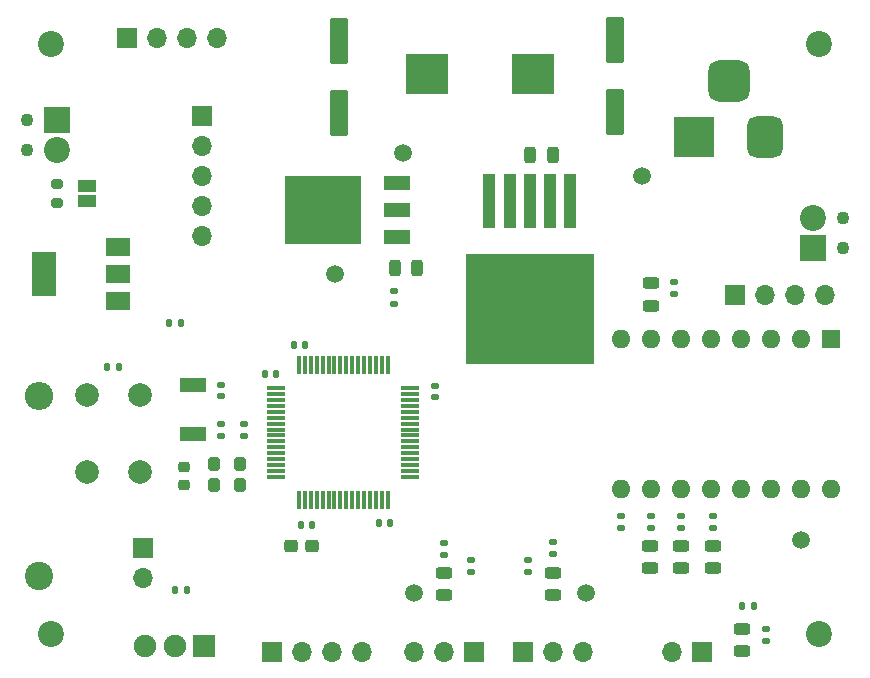
<source format=gbr>
%TF.GenerationSoftware,KiCad,Pcbnew,6.0.10-86aedd382b~118~ubuntu22.10.1*%
%TF.CreationDate,2023-02-12T19:14:21-05:00*%
%TF.ProjectId,WerfenMc,57657266-656e-44d6-932e-6b696361645f,rev?*%
%TF.SameCoordinates,Original*%
%TF.FileFunction,Soldermask,Top*%
%TF.FilePolarity,Negative*%
%FSLAX46Y46*%
G04 Gerber Fmt 4.6, Leading zero omitted, Abs format (unit mm)*
G04 Created by KiCad (PCBNEW 6.0.10-86aedd382b~118~ubuntu22.10.1) date 2023-02-12 19:14:21*
%MOMM*%
%LPD*%
G01*
G04 APERTURE LIST*
G04 Aperture macros list*
%AMRoundRect*
0 Rectangle with rounded corners*
0 $1 Rounding radius*
0 $2 $3 $4 $5 $6 $7 $8 $9 X,Y pos of 4 corners*
0 Add a 4 corners polygon primitive as box body*
4,1,4,$2,$3,$4,$5,$6,$7,$8,$9,$2,$3,0*
0 Add four circle primitives for the rounded corners*
1,1,$1+$1,$2,$3*
1,1,$1+$1,$4,$5*
1,1,$1+$1,$6,$7*
1,1,$1+$1,$8,$9*
0 Add four rect primitives between the rounded corners*
20,1,$1+$1,$2,$3,$4,$5,0*
20,1,$1+$1,$4,$5,$6,$7,0*
20,1,$1+$1,$6,$7,$8,$9,0*
20,1,$1+$1,$8,$9,$2,$3,0*%
G04 Aperture macros list end*
%ADD10RoundRect,0.135000X-0.185000X0.135000X-0.185000X-0.135000X0.185000X-0.135000X0.185000X0.135000X0*%
%ADD11RoundRect,0.250000X0.275000X-0.312500X0.275000X0.312500X-0.275000X0.312500X-0.275000X-0.312500X0*%
%ADD12C,1.500000*%
%ADD13RoundRect,0.135000X0.185000X-0.135000X0.185000X0.135000X-0.185000X0.135000X-0.185000X-0.135000X0*%
%ADD14R,1.700000X1.700000*%
%ADD15O,1.700000X1.700000*%
%ADD16RoundRect,0.243750X0.456250X-0.243750X0.456250X0.243750X-0.456250X0.243750X-0.456250X-0.243750X0*%
%ADD17C,1.100000*%
%ADD18R,2.200000X2.200000*%
%ADD19C,2.200000*%
%ADD20RoundRect,0.243750X-0.456250X0.243750X-0.456250X-0.243750X0.456250X-0.243750X0.456250X0.243750X0*%
%ADD21RoundRect,0.140000X0.140000X0.170000X-0.140000X0.170000X-0.140000X-0.170000X0.140000X-0.170000X0*%
%ADD22R,2.000000X1.500000*%
%ADD23R,2.000000X3.800000*%
%ADD24RoundRect,0.075000X-0.700000X-0.075000X0.700000X-0.075000X0.700000X0.075000X-0.700000X0.075000X0*%
%ADD25RoundRect,0.075000X-0.075000X-0.700000X0.075000X-0.700000X0.075000X0.700000X-0.075000X0.700000X0*%
%ADD26RoundRect,0.243750X0.243750X0.456250X-0.243750X0.456250X-0.243750X-0.456250X0.243750X-0.456250X0*%
%ADD27RoundRect,0.140000X-0.170000X0.140000X-0.170000X-0.140000X0.170000X-0.140000X0.170000X0.140000X0*%
%ADD28RoundRect,0.250000X0.312500X0.275000X-0.312500X0.275000X-0.312500X-0.275000X0.312500X-0.275000X0*%
%ADD29RoundRect,0.135000X-0.135000X-0.185000X0.135000X-0.185000X0.135000X0.185000X-0.135000X0.185000X0*%
%ADD30C,2.400000*%
%ADD31O,2.400000X2.400000*%
%ADD32R,3.556000X3.505200*%
%ADD33RoundRect,0.218750X-0.256250X0.218750X-0.256250X-0.218750X0.256250X-0.218750X0.256250X0.218750X0*%
%ADD34RoundRect,0.135000X0.135000X0.185000X-0.135000X0.185000X-0.135000X-0.185000X0.135000X-0.185000X0*%
%ADD35R,1.100000X4.600000*%
%ADD36R,10.800000X9.400000*%
%ADD37R,2.200000X1.200000*%
%ADD38R,6.400000X5.800000*%
%ADD39RoundRect,0.250000X0.550000X-1.712500X0.550000X1.712500X-0.550000X1.712500X-0.550000X-1.712500X0*%
%ADD40R,1.600000X1.600000*%
%ADD41O,1.600000X1.600000*%
%ADD42RoundRect,0.250000X-0.550000X1.712500X-0.550000X-1.712500X0.550000X-1.712500X0.550000X1.712500X0*%
%ADD43RoundRect,0.140000X0.170000X-0.140000X0.170000X0.140000X-0.170000X0.140000X-0.170000X-0.140000X0*%
%ADD44R,3.500000X3.500000*%
%ADD45RoundRect,0.750000X0.750000X1.000000X-0.750000X1.000000X-0.750000X-1.000000X0.750000X-1.000000X0*%
%ADD46RoundRect,0.875000X0.875000X0.875000X-0.875000X0.875000X-0.875000X-0.875000X0.875000X-0.875000X0*%
%ADD47R,2.200000X1.300000*%
%ADD48R,1.900000X1.900000*%
%ADD49C,1.900000*%
%ADD50RoundRect,0.200000X-0.275000X0.200000X-0.275000X-0.200000X0.275000X-0.200000X0.275000X0.200000X0*%
%ADD51C,2.000000*%
%ADD52RoundRect,0.140000X-0.140000X-0.170000X0.140000X-0.170000X0.140000X0.170000X-0.140000X0.170000X0*%
%ADD53R,1.500000X1.000000*%
G04 APERTURE END LIST*
D10*
%TO.C,R5*%
X92000000Y-69490000D03*
X92000000Y-70510000D03*
%TD*%
D11*
%TO.C,C2*%
X49750000Y-66887500D03*
X49750000Y-65112500D03*
%TD*%
D12*
%TO.C,TP8*%
X65750000Y-38750000D03*
%TD*%
D13*
%TO.C,R8*%
X84250000Y-70510000D03*
X84250000Y-69490000D03*
%TD*%
%TO.C,R10*%
X96500000Y-80113641D03*
X96500000Y-79093641D03*
%TD*%
D14*
%TO.C,S2*%
X75975000Y-81000000D03*
D15*
X78515000Y-81000000D03*
X81055000Y-81000000D03*
%TD*%
D14*
%TO.C,J1*%
X93900000Y-50800000D03*
D15*
X96440000Y-50800000D03*
X98980000Y-50800000D03*
X101520000Y-50800000D03*
%TD*%
D16*
%TO.C,D2*%
X89300000Y-73937500D03*
X89300000Y-72062500D03*
%TD*%
D17*
%TO.C,D9*%
X33960000Y-36000000D03*
X33960000Y-38540000D03*
D18*
X36500000Y-36000000D03*
D19*
X36500000Y-38540000D03*
%TD*%
D14*
%TO.C,Q1*%
X43776453Y-72206402D03*
D15*
X43776453Y-74746402D03*
%TD*%
D12*
%TO.C,TP1*%
X99500000Y-71500000D03*
%TD*%
D20*
%TO.C,D5*%
X94500000Y-79062500D03*
X94500000Y-80937500D03*
%TD*%
D21*
%TO.C,C16*%
X55030000Y-57450000D03*
X54070000Y-57450000D03*
%TD*%
D19*
%TO.C,H2*%
X101000000Y-79500000D03*
%TD*%
D22*
%TO.C,Q2*%
X41650000Y-51300000D03*
X41650000Y-49000000D03*
X41650000Y-46700000D03*
D23*
X35350000Y-49000000D03*
%TD*%
D24*
%TO.C,U1*%
X55045200Y-58683200D03*
X55045200Y-59183200D03*
X55045200Y-59683200D03*
X55045200Y-60183200D03*
X55045200Y-60683200D03*
X55045200Y-61183200D03*
X55045200Y-61683200D03*
X55045200Y-62183200D03*
X55045200Y-62683200D03*
X55045200Y-63183200D03*
X55045200Y-63683200D03*
X55045200Y-64183200D03*
X55045200Y-64683200D03*
X55045200Y-65183200D03*
X55045200Y-65683200D03*
X55045200Y-66183200D03*
D25*
X56970200Y-68108200D03*
X57470200Y-68108200D03*
X57970200Y-68108200D03*
X58470200Y-68108200D03*
X58970200Y-68108200D03*
X59470200Y-68108200D03*
X59970200Y-68108200D03*
X60470200Y-68108200D03*
X60970200Y-68108200D03*
X61470200Y-68108200D03*
X61970200Y-68108200D03*
X62470200Y-68108200D03*
X62970200Y-68108200D03*
X63470200Y-68108200D03*
X63970200Y-68108200D03*
X64470200Y-68108200D03*
D24*
X66395200Y-66183200D03*
X66395200Y-65683200D03*
X66395200Y-65183200D03*
X66395200Y-64683200D03*
X66395200Y-64183200D03*
X66395200Y-63683200D03*
X66395200Y-63183200D03*
X66395200Y-62683200D03*
X66395200Y-62183200D03*
X66395200Y-61683200D03*
X66395200Y-61183200D03*
X66395200Y-60683200D03*
X66395200Y-60183200D03*
X66395200Y-59683200D03*
X66395200Y-59183200D03*
X66395200Y-58683200D03*
D25*
X64470200Y-56758200D03*
X63970200Y-56758200D03*
X63470200Y-56758200D03*
X62970200Y-56758200D03*
X62470200Y-56758200D03*
X61970200Y-56758200D03*
X61470200Y-56758200D03*
X60970200Y-56758200D03*
X60470200Y-56758200D03*
X59970200Y-56758200D03*
X59470200Y-56758200D03*
X58970200Y-56758200D03*
X58470200Y-56758200D03*
X57970200Y-56758200D03*
X57470200Y-56758200D03*
X56970200Y-56758200D03*
%TD*%
D26*
%TO.C,D8*%
X78437500Y-38900000D03*
X76562500Y-38900000D03*
%TD*%
D27*
%TO.C,C10*%
X50350000Y-61750000D03*
X50350000Y-62710000D03*
%TD*%
D13*
%TO.C,R17*%
X88750000Y-50702718D03*
X88750000Y-49682718D03*
%TD*%
D11*
%TO.C,C1*%
X52000000Y-66887500D03*
X52000000Y-65112500D03*
%TD*%
D10*
%TO.C,R3*%
X86750000Y-69490000D03*
X86750000Y-70510000D03*
%TD*%
D17*
%TO.C,J6*%
X103000000Y-44230000D03*
X103000000Y-46770000D03*
D18*
X100460000Y-46770000D03*
D19*
X100460000Y-44230000D03*
%TD*%
D16*
%TO.C,D1*%
X86700000Y-73937500D03*
X86700000Y-72062500D03*
%TD*%
D28*
%TO.C,C3*%
X58087500Y-72050000D03*
X56312500Y-72050000D03*
%TD*%
D29*
%TO.C,R2*%
X46490000Y-75750000D03*
X47510000Y-75750000D03*
%TD*%
D30*
%TO.C,R1*%
X35000000Y-74620000D03*
D31*
X35000000Y-59380000D03*
%TD*%
D14*
%TO.C,J5*%
X42400000Y-29000000D03*
D15*
X44940000Y-29000000D03*
X47480000Y-29000000D03*
X50020000Y-29000000D03*
%TD*%
D32*
%TO.C,L1*%
X76775000Y-32100000D03*
X67825000Y-32100000D03*
%TD*%
D19*
%TO.C,H4*%
X36000000Y-79500000D03*
%TD*%
D33*
%TO.C,FB1*%
X47250000Y-65325000D03*
X47250000Y-66900000D03*
%TD*%
D14*
%TO.C,J4*%
X54650000Y-81000000D03*
D15*
X57190000Y-81000000D03*
X59730000Y-81000000D03*
X62270000Y-81000000D03*
%TD*%
D12*
%TO.C,TP5*%
X81250000Y-76000000D03*
%TD*%
D26*
%TO.C,D4*%
X66937500Y-48500000D03*
X65062500Y-48500000D03*
%TD*%
D20*
%TO.C,D7*%
X69250000Y-74312500D03*
X69250000Y-76187500D03*
%TD*%
D34*
%TO.C,R15*%
X47010000Y-53120000D03*
X45990000Y-53120000D03*
%TD*%
D19*
%TO.C,H3*%
X36000000Y-29500000D03*
%TD*%
D12*
%TO.C,TP3*%
X86000000Y-40750000D03*
%TD*%
D35*
%TO.C,U2*%
X79900000Y-42825000D03*
X78200000Y-42825000D03*
X76500000Y-42825000D03*
D36*
X76500000Y-51975000D03*
D35*
X74800000Y-42825000D03*
X73100000Y-42825000D03*
%TD*%
D12*
%TO.C,TP6*%
X66750000Y-76000000D03*
%TD*%
%TO.C,TP2*%
X60000000Y-49000000D03*
%TD*%
D37*
%TO.C,U3*%
X65300000Y-45880000D03*
D38*
X59000000Y-43600000D03*
D37*
X65300000Y-43600000D03*
X65300000Y-41320000D03*
%TD*%
D39*
%TO.C,C14*%
X83750000Y-35337500D03*
X83750000Y-29162500D03*
%TD*%
D27*
%TO.C,C7*%
X68514000Y-58498800D03*
X68514000Y-59458800D03*
%TD*%
D40*
%TO.C,A1*%
X102000000Y-54500000D03*
D41*
X99460000Y-54500000D03*
X96920000Y-54500000D03*
X94380000Y-54500000D03*
X91840000Y-54500000D03*
X89300000Y-54500000D03*
X86760000Y-54500000D03*
X84220000Y-54500000D03*
X84220000Y-67200000D03*
X86760000Y-67200000D03*
X89300000Y-67200000D03*
X91840000Y-67200000D03*
X94380000Y-67200000D03*
X96920000Y-67200000D03*
X99460000Y-67200000D03*
X102000000Y-67200000D03*
%TD*%
D21*
%TO.C,C8*%
X41710000Y-56860000D03*
X40750000Y-56860000D03*
%TD*%
D42*
%TO.C,C15*%
X60376294Y-29247485D03*
X60376294Y-35422485D03*
%TD*%
D43*
%TO.C,C9*%
X50350000Y-59360000D03*
X50350000Y-58400000D03*
%TD*%
D16*
%TO.C,D3*%
X92000000Y-73937500D03*
X92000000Y-72062500D03*
%TD*%
D21*
%TO.C,C4*%
X58080000Y-70300000D03*
X57120000Y-70300000D03*
%TD*%
D14*
%TO.C,S3*%
X71750000Y-81000000D03*
D15*
X69210000Y-81000000D03*
X66670000Y-81000000D03*
%TD*%
D44*
%TO.C,J3*%
X90400000Y-37400000D03*
D45*
X96400000Y-37400000D03*
D46*
X93400000Y-32700000D03*
%TD*%
D10*
%TO.C,R4*%
X89300000Y-69490000D03*
X89300000Y-70510000D03*
%TD*%
D21*
%TO.C,C6*%
X64680000Y-70100000D03*
X63720000Y-70100000D03*
%TD*%
D16*
%TO.C,D10*%
X86750000Y-51687500D03*
X86750000Y-49812500D03*
%TD*%
D19*
%TO.C,H1*%
X101000000Y-29500000D03*
%TD*%
D13*
%TO.C,R12*%
X78500000Y-72760000D03*
X78500000Y-71740000D03*
%TD*%
D14*
%TO.C,J2*%
X48750000Y-35675000D03*
D15*
X48750000Y-38215000D03*
X48750000Y-40755000D03*
X48750000Y-43295000D03*
X48750000Y-45835000D03*
%TD*%
D13*
%TO.C,R13*%
X71500000Y-74260000D03*
X71500000Y-73240000D03*
%TD*%
D47*
%TO.C,HSE1*%
X48000000Y-62600000D03*
X48000000Y-58400000D03*
%TD*%
D20*
%TO.C,D6*%
X78500000Y-74312500D03*
X78500000Y-76187500D03*
%TD*%
D29*
%TO.C,R11*%
X94465000Y-77120000D03*
X95485000Y-77120000D03*
%TD*%
D10*
%TO.C,R7*%
X52300000Y-61740000D03*
X52300000Y-62760000D03*
%TD*%
D48*
%TO.C,S1*%
X48950000Y-80530000D03*
D49*
X46450000Y-80530000D03*
X43950000Y-80530000D03*
%TD*%
D50*
%TO.C,R16*%
X36500000Y-41350000D03*
X36500000Y-43000000D03*
%TD*%
D51*
%TO.C,SW1*%
X39000000Y-65760000D03*
X39000000Y-59260000D03*
X43500000Y-65760000D03*
X43500000Y-59260000D03*
%TD*%
D52*
%TO.C,C5*%
X56520000Y-55000000D03*
X57480000Y-55000000D03*
%TD*%
D13*
%TO.C,R14*%
X69250000Y-72770000D03*
X69250000Y-71750000D03*
%TD*%
%TO.C,R9*%
X76370000Y-74260000D03*
X76370000Y-73240000D03*
%TD*%
D14*
%TO.C,SW2*%
X91100000Y-81000000D03*
D15*
X88560000Y-81000000D03*
%TD*%
D13*
%TO.C,R6*%
X65000000Y-51510000D03*
X65000000Y-50490000D03*
%TD*%
D53*
%TO.C,JP1*%
X39000000Y-42825000D03*
X39000000Y-41525000D03*
%TD*%
M02*

</source>
